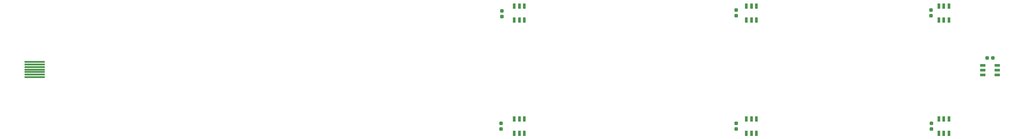
<source format=gtp>
G04 #@! TF.GenerationSoftware,KiCad,Pcbnew,7.0.7*
G04 #@! TF.CreationDate,2024-05-14T22:52:39+02:00*
G04 #@! TF.ProjectId,Index_Middle_Ring_V3,496e6465-785f-44d6-9964-646c655f5269,rev?*
G04 #@! TF.SameCoordinates,Original*
G04 #@! TF.FileFunction,Paste,Top*
G04 #@! TF.FilePolarity,Positive*
%FSLAX46Y46*%
G04 Gerber Fmt 4.6, Leading zero omitted, Abs format (unit mm)*
G04 Created by KiCad (PCBNEW 7.0.7) date 2024-05-14 22:52:39*
%MOMM*%
%LPD*%
G01*
G04 APERTURE LIST*
G04 Aperture macros list*
%AMRoundRect*
0 Rectangle with rounded corners*
0 $1 Rounding radius*
0 $2 $3 $4 $5 $6 $7 $8 $9 X,Y pos of 4 corners*
0 Add a 4 corners polygon primitive as box body*
4,1,4,$2,$3,$4,$5,$6,$7,$8,$9,$2,$3,0*
0 Add four circle primitives for the rounded corners*
1,1,$1+$1,$2,$3*
1,1,$1+$1,$4,$5*
1,1,$1+$1,$6,$7*
1,1,$1+$1,$8,$9*
0 Add four rect primitives between the rounded corners*
20,1,$1+$1,$2,$3,$4,$5,0*
20,1,$1+$1,$4,$5,$6,$7,0*
20,1,$1+$1,$6,$7,$8,$9,0*
20,1,$1+$1,$8,$9,$2,$3,0*%
G04 Aperture macros list end*
%ADD10RoundRect,0.155000X0.155000X-0.212500X0.155000X0.212500X-0.155000X0.212500X-0.155000X-0.212500X0*%
%ADD11R,0.558800X0.977900*%
%ADD12RoundRect,0.155000X-0.212500X-0.155000X0.212500X-0.155000X0.212500X0.155000X-0.212500X0.155000X0*%
%ADD13R,4.000000X0.300000*%
%ADD14R,0.977900X0.558800*%
G04 APERTURE END LIST*
D10*
X217530000Y-107491500D03*
X217530000Y-106356500D03*
D11*
X183830001Y-105558750D03*
X182880000Y-105558750D03*
X181929999Y-105558750D03*
X181929999Y-108289250D03*
X182880000Y-108289250D03*
X183830001Y-108289250D03*
D12*
X228372500Y-115634000D03*
X229507500Y-115634000D03*
D13*
X44580000Y-116424000D03*
X44580000Y-116924000D03*
X44580000Y-117424000D03*
X44580000Y-117924000D03*
X44580000Y-118424000D03*
X44580000Y-118924000D03*
X44580000Y-119424000D03*
D11*
X183830001Y-127558750D03*
X182880000Y-127558750D03*
X181929999Y-127558750D03*
X181929999Y-130289250D03*
X182880000Y-130289250D03*
X183830001Y-130289250D03*
X220980001Y-127558750D03*
X220030000Y-127558750D03*
X219079999Y-127558750D03*
X219079999Y-130289250D03*
X220030000Y-130289250D03*
X220980001Y-130289250D03*
D10*
X179930000Y-107491500D03*
X179930000Y-106356500D03*
D11*
X139030001Y-127558750D03*
X138080000Y-127558750D03*
X137129999Y-127558750D03*
X137129999Y-130289250D03*
X138080000Y-130289250D03*
X139030001Y-130289250D03*
X139030001Y-105558750D03*
X138080000Y-105558750D03*
X137129999Y-105558750D03*
X137129999Y-108289250D03*
X138080000Y-108289250D03*
X139030001Y-108289250D03*
D10*
X134530001Y-129491499D03*
X134530001Y-128356499D03*
D14*
X230295250Y-118974001D03*
X230295250Y-118024000D03*
X230295250Y-117073999D03*
X227564750Y-117073999D03*
X227564750Y-118024000D03*
X227564750Y-118974001D03*
D10*
X217655000Y-129491500D03*
X217655000Y-128356500D03*
D11*
X220980001Y-105558750D03*
X220030000Y-105558750D03*
X219079999Y-105558750D03*
X219079999Y-108289250D03*
X220030000Y-108289250D03*
X220980001Y-108289250D03*
D10*
X134696000Y-107631500D03*
X134696000Y-106496500D03*
X179930000Y-129491500D03*
X179930000Y-128356500D03*
M02*

</source>
